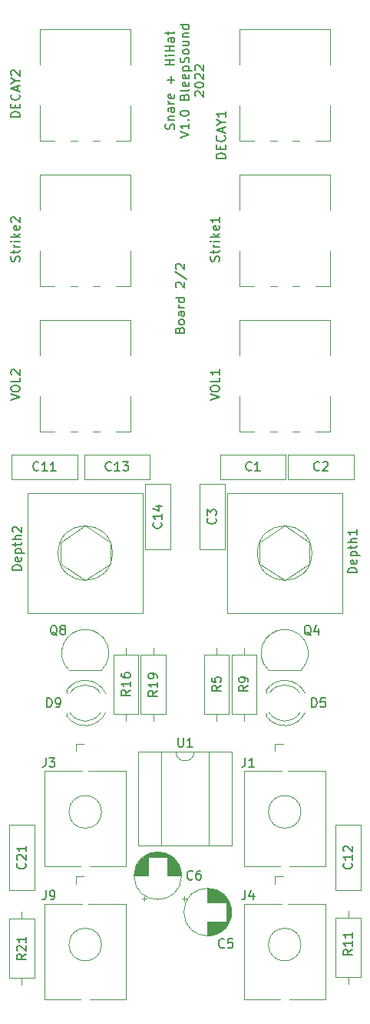
<source format=gbr>
%TF.GenerationSoftware,KiCad,Pcbnew,(6.0.0)*%
%TF.CreationDate,2022-01-31T09:17:54+01:00*%
%TF.ProjectId,Snare+Hihat,536e6172-652b-4486-9968-61742e6b6963,rev?*%
%TF.SameCoordinates,Original*%
%TF.FileFunction,Legend,Top*%
%TF.FilePolarity,Positive*%
%FSLAX46Y46*%
G04 Gerber Fmt 4.6, Leading zero omitted, Abs format (unit mm)*
G04 Created by KiCad (PCBNEW (6.0.0)) date 2022-01-31 09:17:54*
%MOMM*%
%LPD*%
G01*
G04 APERTURE LIST*
%ADD10C,0.150000*%
%ADD11C,0.120000*%
G04 APERTURE END LIST*
D10*
X92428571Y-65452380D02*
X92476190Y-65309523D01*
X92523809Y-65261904D01*
X92619047Y-65214285D01*
X92761904Y-65214285D01*
X92857142Y-65261904D01*
X92904761Y-65309523D01*
X92952380Y-65404761D01*
X92952380Y-65785714D01*
X91952380Y-65785714D01*
X91952380Y-65452380D01*
X92000000Y-65357142D01*
X92047619Y-65309523D01*
X92142857Y-65261904D01*
X92238095Y-65261904D01*
X92333333Y-65309523D01*
X92380952Y-65357142D01*
X92428571Y-65452380D01*
X92428571Y-65785714D01*
X92952380Y-64642857D02*
X92904761Y-64738095D01*
X92857142Y-64785714D01*
X92761904Y-64833333D01*
X92476190Y-64833333D01*
X92380952Y-64785714D01*
X92333333Y-64738095D01*
X92285714Y-64642857D01*
X92285714Y-64500000D01*
X92333333Y-64404761D01*
X92380952Y-64357142D01*
X92476190Y-64309523D01*
X92761904Y-64309523D01*
X92857142Y-64357142D01*
X92904761Y-64404761D01*
X92952380Y-64500000D01*
X92952380Y-64642857D01*
X92952380Y-63452380D02*
X92428571Y-63452380D01*
X92333333Y-63500000D01*
X92285714Y-63595238D01*
X92285714Y-63785714D01*
X92333333Y-63880952D01*
X92904761Y-63452380D02*
X92952380Y-63547619D01*
X92952380Y-63785714D01*
X92904761Y-63880952D01*
X92809523Y-63928571D01*
X92714285Y-63928571D01*
X92619047Y-63880952D01*
X92571428Y-63785714D01*
X92571428Y-63547619D01*
X92523809Y-63452380D01*
X92952380Y-62976190D02*
X92285714Y-62976190D01*
X92476190Y-62976190D02*
X92380952Y-62928571D01*
X92333333Y-62880952D01*
X92285714Y-62785714D01*
X92285714Y-62690476D01*
X92952380Y-61928571D02*
X91952380Y-61928571D01*
X92904761Y-61928571D02*
X92952380Y-62023809D01*
X92952380Y-62214285D01*
X92904761Y-62309523D01*
X92857142Y-62357142D01*
X92761904Y-62404761D01*
X92476190Y-62404761D01*
X92380952Y-62357142D01*
X92333333Y-62309523D01*
X92285714Y-62214285D01*
X92285714Y-62023809D01*
X92333333Y-61928571D01*
X92047619Y-60738095D02*
X92000000Y-60690476D01*
X91952380Y-60595238D01*
X91952380Y-60357142D01*
X92000000Y-60261904D01*
X92047619Y-60214285D01*
X92142857Y-60166666D01*
X92238095Y-60166666D01*
X92380952Y-60214285D01*
X92952380Y-60785714D01*
X92952380Y-60166666D01*
X91904761Y-59023809D02*
X93190476Y-59880952D01*
X92047619Y-58738095D02*
X92000000Y-58690476D01*
X91952380Y-58595238D01*
X91952380Y-58357142D01*
X92000000Y-58261904D01*
X92047619Y-58214285D01*
X92142857Y-58166666D01*
X92238095Y-58166666D01*
X92380952Y-58214285D01*
X92952380Y-58785714D01*
X92952380Y-58166666D01*
X91794761Y-43333333D02*
X91842380Y-43190476D01*
X91842380Y-42952380D01*
X91794761Y-42857142D01*
X91747142Y-42809523D01*
X91651904Y-42761904D01*
X91556666Y-42761904D01*
X91461428Y-42809523D01*
X91413809Y-42857142D01*
X91366190Y-42952380D01*
X91318571Y-43142857D01*
X91270952Y-43238095D01*
X91223333Y-43285714D01*
X91128095Y-43333333D01*
X91032857Y-43333333D01*
X90937619Y-43285714D01*
X90890000Y-43238095D01*
X90842380Y-43142857D01*
X90842380Y-42904761D01*
X90890000Y-42761904D01*
X91175714Y-42333333D02*
X91842380Y-42333333D01*
X91270952Y-42333333D02*
X91223333Y-42285714D01*
X91175714Y-42190476D01*
X91175714Y-42047619D01*
X91223333Y-41952380D01*
X91318571Y-41904761D01*
X91842380Y-41904761D01*
X91842380Y-41000000D02*
X91318571Y-41000000D01*
X91223333Y-41047619D01*
X91175714Y-41142857D01*
X91175714Y-41333333D01*
X91223333Y-41428571D01*
X91794761Y-41000000D02*
X91842380Y-41095238D01*
X91842380Y-41333333D01*
X91794761Y-41428571D01*
X91699523Y-41476190D01*
X91604285Y-41476190D01*
X91509047Y-41428571D01*
X91461428Y-41333333D01*
X91461428Y-41095238D01*
X91413809Y-41000000D01*
X91842380Y-40523809D02*
X91175714Y-40523809D01*
X91366190Y-40523809D02*
X91270952Y-40476190D01*
X91223333Y-40428571D01*
X91175714Y-40333333D01*
X91175714Y-40238095D01*
X91794761Y-39523809D02*
X91842380Y-39619047D01*
X91842380Y-39809523D01*
X91794761Y-39904761D01*
X91699523Y-39952380D01*
X91318571Y-39952380D01*
X91223333Y-39904761D01*
X91175714Y-39809523D01*
X91175714Y-39619047D01*
X91223333Y-39523809D01*
X91318571Y-39476190D01*
X91413809Y-39476190D01*
X91509047Y-39952380D01*
X91461428Y-38285714D02*
X91461428Y-37523809D01*
X91842380Y-37904761D02*
X91080476Y-37904761D01*
X91842380Y-36285714D02*
X90842380Y-36285714D01*
X91318571Y-36285714D02*
X91318571Y-35714285D01*
X91842380Y-35714285D02*
X90842380Y-35714285D01*
X91842380Y-35238095D02*
X91175714Y-35238095D01*
X90842380Y-35238095D02*
X90890000Y-35285714D01*
X90937619Y-35238095D01*
X90890000Y-35190476D01*
X90842380Y-35238095D01*
X90937619Y-35238095D01*
X91842380Y-34761904D02*
X90842380Y-34761904D01*
X91318571Y-34761904D02*
X91318571Y-34190476D01*
X91842380Y-34190476D02*
X90842380Y-34190476D01*
X91842380Y-33285714D02*
X91318571Y-33285714D01*
X91223333Y-33333333D01*
X91175714Y-33428571D01*
X91175714Y-33619047D01*
X91223333Y-33714285D01*
X91794761Y-33285714D02*
X91842380Y-33380952D01*
X91842380Y-33619047D01*
X91794761Y-33714285D01*
X91699523Y-33761904D01*
X91604285Y-33761904D01*
X91509047Y-33714285D01*
X91461428Y-33619047D01*
X91461428Y-33380952D01*
X91413809Y-33285714D01*
X91175714Y-32952380D02*
X91175714Y-32571428D01*
X90842380Y-32809523D02*
X91699523Y-32809523D01*
X91794761Y-32761904D01*
X91842380Y-32666666D01*
X91842380Y-32571428D01*
X92452380Y-44261904D02*
X93452380Y-43928571D01*
X92452380Y-43595238D01*
X93452380Y-42738095D02*
X93452380Y-43309523D01*
X93452380Y-43023809D02*
X92452380Y-43023809D01*
X92595238Y-43119047D01*
X92690476Y-43214285D01*
X92738095Y-43309523D01*
X93357142Y-42309523D02*
X93404761Y-42261904D01*
X93452380Y-42309523D01*
X93404761Y-42357142D01*
X93357142Y-42309523D01*
X93452380Y-42309523D01*
X92452380Y-41642857D02*
X92452380Y-41547619D01*
X92500000Y-41452380D01*
X92547619Y-41404761D01*
X92642857Y-41357142D01*
X92833333Y-41309523D01*
X93071428Y-41309523D01*
X93261904Y-41357142D01*
X93357142Y-41404761D01*
X93404761Y-41452380D01*
X93452380Y-41547619D01*
X93452380Y-41642857D01*
X93404761Y-41738095D01*
X93357142Y-41785714D01*
X93261904Y-41833333D01*
X93071428Y-41880952D01*
X92833333Y-41880952D01*
X92642857Y-41833333D01*
X92547619Y-41785714D01*
X92500000Y-41738095D01*
X92452380Y-41642857D01*
X92928571Y-39785714D02*
X92976190Y-39642857D01*
X93023809Y-39595238D01*
X93119047Y-39547619D01*
X93261904Y-39547619D01*
X93357142Y-39595238D01*
X93404761Y-39642857D01*
X93452380Y-39738095D01*
X93452380Y-40119047D01*
X92452380Y-40119047D01*
X92452380Y-39785714D01*
X92500000Y-39690476D01*
X92547619Y-39642857D01*
X92642857Y-39595238D01*
X92738095Y-39595238D01*
X92833333Y-39642857D01*
X92880952Y-39690476D01*
X92928571Y-39785714D01*
X92928571Y-40119047D01*
X93452380Y-38976190D02*
X93404761Y-39071428D01*
X93309523Y-39119047D01*
X92452380Y-39119047D01*
X93404761Y-38214285D02*
X93452380Y-38309523D01*
X93452380Y-38500000D01*
X93404761Y-38595238D01*
X93309523Y-38642857D01*
X92928571Y-38642857D01*
X92833333Y-38595238D01*
X92785714Y-38500000D01*
X92785714Y-38309523D01*
X92833333Y-38214285D01*
X92928571Y-38166666D01*
X93023809Y-38166666D01*
X93119047Y-38642857D01*
X93404761Y-37357142D02*
X93452380Y-37452380D01*
X93452380Y-37642857D01*
X93404761Y-37738095D01*
X93309523Y-37785714D01*
X92928571Y-37785714D01*
X92833333Y-37738095D01*
X92785714Y-37642857D01*
X92785714Y-37452380D01*
X92833333Y-37357142D01*
X92928571Y-37309523D01*
X93023809Y-37309523D01*
X93119047Y-37785714D01*
X92785714Y-36880952D02*
X93785714Y-36880952D01*
X92833333Y-36880952D02*
X92785714Y-36785714D01*
X92785714Y-36595238D01*
X92833333Y-36500000D01*
X92880952Y-36452380D01*
X92976190Y-36404761D01*
X93261904Y-36404761D01*
X93357142Y-36452380D01*
X93404761Y-36500000D01*
X93452380Y-36595238D01*
X93452380Y-36785714D01*
X93404761Y-36880952D01*
X93404761Y-36023809D02*
X93452380Y-35880952D01*
X93452380Y-35642857D01*
X93404761Y-35547619D01*
X93357142Y-35500000D01*
X93261904Y-35452380D01*
X93166666Y-35452380D01*
X93071428Y-35500000D01*
X93023809Y-35547619D01*
X92976190Y-35642857D01*
X92928571Y-35833333D01*
X92880952Y-35928571D01*
X92833333Y-35976190D01*
X92738095Y-36023809D01*
X92642857Y-36023809D01*
X92547619Y-35976190D01*
X92500000Y-35928571D01*
X92452380Y-35833333D01*
X92452380Y-35595238D01*
X92500000Y-35452380D01*
X93452380Y-34880952D02*
X93404761Y-34976190D01*
X93357142Y-35023809D01*
X93261904Y-35071428D01*
X92976190Y-35071428D01*
X92880952Y-35023809D01*
X92833333Y-34976190D01*
X92785714Y-34880952D01*
X92785714Y-34738095D01*
X92833333Y-34642857D01*
X92880952Y-34595238D01*
X92976190Y-34547619D01*
X93261904Y-34547619D01*
X93357142Y-34595238D01*
X93404761Y-34642857D01*
X93452380Y-34738095D01*
X93452380Y-34880952D01*
X92785714Y-33690476D02*
X93452380Y-33690476D01*
X92785714Y-34119047D02*
X93309523Y-34119047D01*
X93404761Y-34071428D01*
X93452380Y-33976190D01*
X93452380Y-33833333D01*
X93404761Y-33738095D01*
X93357142Y-33690476D01*
X92785714Y-33214285D02*
X93452380Y-33214285D01*
X92880952Y-33214285D02*
X92833333Y-33166666D01*
X92785714Y-33071428D01*
X92785714Y-32928571D01*
X92833333Y-32833333D01*
X92928571Y-32785714D01*
X93452380Y-32785714D01*
X93452380Y-31880952D02*
X92452380Y-31880952D01*
X93404761Y-31880952D02*
X93452380Y-31976190D01*
X93452380Y-32166666D01*
X93404761Y-32261904D01*
X93357142Y-32309523D01*
X93261904Y-32357142D01*
X92976190Y-32357142D01*
X92880952Y-32309523D01*
X92833333Y-32261904D01*
X92785714Y-32166666D01*
X92785714Y-31976190D01*
X92833333Y-31880952D01*
X94157619Y-39714285D02*
X94110000Y-39666666D01*
X94062380Y-39571428D01*
X94062380Y-39333333D01*
X94110000Y-39238095D01*
X94157619Y-39190476D01*
X94252857Y-39142857D01*
X94348095Y-39142857D01*
X94490952Y-39190476D01*
X95062380Y-39761904D01*
X95062380Y-39142857D01*
X94062380Y-38523809D02*
X94062380Y-38428571D01*
X94110000Y-38333333D01*
X94157619Y-38285714D01*
X94252857Y-38238095D01*
X94443333Y-38190476D01*
X94681428Y-38190476D01*
X94871904Y-38238095D01*
X94967142Y-38285714D01*
X95014761Y-38333333D01*
X95062380Y-38428571D01*
X95062380Y-38523809D01*
X95014761Y-38619047D01*
X94967142Y-38666666D01*
X94871904Y-38714285D01*
X94681428Y-38761904D01*
X94443333Y-38761904D01*
X94252857Y-38714285D01*
X94157619Y-38666666D01*
X94110000Y-38619047D01*
X94062380Y-38523809D01*
X94157619Y-37809523D02*
X94110000Y-37761904D01*
X94062380Y-37666666D01*
X94062380Y-37428571D01*
X94110000Y-37333333D01*
X94157619Y-37285714D01*
X94252857Y-37238095D01*
X94348095Y-37238095D01*
X94490952Y-37285714D01*
X95062380Y-37857142D01*
X95062380Y-37238095D01*
X94157619Y-36857142D02*
X94110000Y-36809523D01*
X94062380Y-36714285D01*
X94062380Y-36476190D01*
X94110000Y-36380952D01*
X94157619Y-36333333D01*
X94252857Y-36285714D01*
X94348095Y-36285714D01*
X94490952Y-36333333D01*
X95062380Y-36904761D01*
X95062380Y-36285714D01*
%TO.C,C1*%
X100333333Y-80857142D02*
X100285714Y-80904761D01*
X100142857Y-80952380D01*
X100047619Y-80952380D01*
X99904761Y-80904761D01*
X99809523Y-80809523D01*
X99761904Y-80714285D01*
X99714285Y-80523809D01*
X99714285Y-80380952D01*
X99761904Y-80190476D01*
X99809523Y-80095238D01*
X99904761Y-80000000D01*
X100047619Y-79952380D01*
X100142857Y-79952380D01*
X100285714Y-80000000D01*
X100333333Y-80047619D01*
X101285714Y-80952380D02*
X100714285Y-80952380D01*
X101000000Y-80952380D02*
X101000000Y-79952380D01*
X100904761Y-80095238D01*
X100809523Y-80190476D01*
X100714285Y-80238095D01*
%TO.C,C2*%
X107833333Y-80857142D02*
X107785714Y-80904761D01*
X107642857Y-80952380D01*
X107547619Y-80952380D01*
X107404761Y-80904761D01*
X107309523Y-80809523D01*
X107261904Y-80714285D01*
X107214285Y-80523809D01*
X107214285Y-80380952D01*
X107261904Y-80190476D01*
X107309523Y-80095238D01*
X107404761Y-80000000D01*
X107547619Y-79952380D01*
X107642857Y-79952380D01*
X107785714Y-80000000D01*
X107833333Y-80047619D01*
X108214285Y-80047619D02*
X108261904Y-80000000D01*
X108357142Y-79952380D01*
X108595238Y-79952380D01*
X108690476Y-80000000D01*
X108738095Y-80047619D01*
X108785714Y-80142857D01*
X108785714Y-80238095D01*
X108738095Y-80380952D01*
X108166666Y-80952380D01*
X108785714Y-80952380D01*
%TO.C,C3*%
X96357142Y-86166666D02*
X96404761Y-86214285D01*
X96452380Y-86357142D01*
X96452380Y-86452380D01*
X96404761Y-86595238D01*
X96309523Y-86690476D01*
X96214285Y-86738095D01*
X96023809Y-86785714D01*
X95880952Y-86785714D01*
X95690476Y-86738095D01*
X95595238Y-86690476D01*
X95500000Y-86595238D01*
X95452380Y-86452380D01*
X95452380Y-86357142D01*
X95500000Y-86214285D01*
X95547619Y-86166666D01*
X95452380Y-85833333D02*
X95452380Y-85214285D01*
X95833333Y-85547619D01*
X95833333Y-85404761D01*
X95880952Y-85309523D01*
X95928571Y-85261904D01*
X96023809Y-85214285D01*
X96261904Y-85214285D01*
X96357142Y-85261904D01*
X96404761Y-85309523D01*
X96452380Y-85404761D01*
X96452380Y-85690476D01*
X96404761Y-85785714D01*
X96357142Y-85833333D01*
%TO.C,C5*%
X97333333Y-133357142D02*
X97285714Y-133404761D01*
X97142857Y-133452380D01*
X97047619Y-133452380D01*
X96904761Y-133404761D01*
X96809523Y-133309523D01*
X96761904Y-133214285D01*
X96714285Y-133023809D01*
X96714285Y-132880952D01*
X96761904Y-132690476D01*
X96809523Y-132595238D01*
X96904761Y-132500000D01*
X97047619Y-132452380D01*
X97142857Y-132452380D01*
X97285714Y-132500000D01*
X97333333Y-132547619D01*
X98238095Y-132452380D02*
X97761904Y-132452380D01*
X97714285Y-132928571D01*
X97761904Y-132880952D01*
X97857142Y-132833333D01*
X98095238Y-132833333D01*
X98190476Y-132880952D01*
X98238095Y-132928571D01*
X98285714Y-133023809D01*
X98285714Y-133261904D01*
X98238095Y-133357142D01*
X98190476Y-133404761D01*
X98095238Y-133452380D01*
X97857142Y-133452380D01*
X97761904Y-133404761D01*
X97714285Y-133357142D01*
%TO.C,C6*%
X93833333Y-125857142D02*
X93785714Y-125904761D01*
X93642857Y-125952380D01*
X93547619Y-125952380D01*
X93404761Y-125904761D01*
X93309523Y-125809523D01*
X93261904Y-125714285D01*
X93214285Y-125523809D01*
X93214285Y-125380952D01*
X93261904Y-125190476D01*
X93309523Y-125095238D01*
X93404761Y-125000000D01*
X93547619Y-124952380D01*
X93642857Y-124952380D01*
X93785714Y-125000000D01*
X93833333Y-125047619D01*
X94690476Y-124952380D02*
X94500000Y-124952380D01*
X94404761Y-125000000D01*
X94357142Y-125047619D01*
X94261904Y-125190476D01*
X94214285Y-125380952D01*
X94214285Y-125761904D01*
X94261904Y-125857142D01*
X94309523Y-125904761D01*
X94404761Y-125952380D01*
X94595238Y-125952380D01*
X94690476Y-125904761D01*
X94738095Y-125857142D01*
X94785714Y-125761904D01*
X94785714Y-125523809D01*
X94738095Y-125428571D01*
X94690476Y-125380952D01*
X94595238Y-125333333D01*
X94404761Y-125333333D01*
X94309523Y-125380952D01*
X94261904Y-125428571D01*
X94214285Y-125523809D01*
%TO.C,C11*%
X76857142Y-80857142D02*
X76809523Y-80904761D01*
X76666666Y-80952380D01*
X76571428Y-80952380D01*
X76428571Y-80904761D01*
X76333333Y-80809523D01*
X76285714Y-80714285D01*
X76238095Y-80523809D01*
X76238095Y-80380952D01*
X76285714Y-80190476D01*
X76333333Y-80095238D01*
X76428571Y-80000000D01*
X76571428Y-79952380D01*
X76666666Y-79952380D01*
X76809523Y-80000000D01*
X76857142Y-80047619D01*
X77809523Y-80952380D02*
X77238095Y-80952380D01*
X77523809Y-80952380D02*
X77523809Y-79952380D01*
X77428571Y-80095238D01*
X77333333Y-80190476D01*
X77238095Y-80238095D01*
X78761904Y-80952380D02*
X78190476Y-80952380D01*
X78476190Y-80952380D02*
X78476190Y-79952380D01*
X78380952Y-80095238D01*
X78285714Y-80190476D01*
X78190476Y-80238095D01*
%TO.C,C12*%
X111357142Y-124142857D02*
X111404761Y-124190476D01*
X111452380Y-124333333D01*
X111452380Y-124428571D01*
X111404761Y-124571428D01*
X111309523Y-124666666D01*
X111214285Y-124714285D01*
X111023809Y-124761904D01*
X110880952Y-124761904D01*
X110690476Y-124714285D01*
X110595238Y-124666666D01*
X110500000Y-124571428D01*
X110452380Y-124428571D01*
X110452380Y-124333333D01*
X110500000Y-124190476D01*
X110547619Y-124142857D01*
X111452380Y-123190476D02*
X111452380Y-123761904D01*
X111452380Y-123476190D02*
X110452380Y-123476190D01*
X110595238Y-123571428D01*
X110690476Y-123666666D01*
X110738095Y-123761904D01*
X110547619Y-122809523D02*
X110500000Y-122761904D01*
X110452380Y-122666666D01*
X110452380Y-122428571D01*
X110500000Y-122333333D01*
X110547619Y-122285714D01*
X110642857Y-122238095D01*
X110738095Y-122238095D01*
X110880952Y-122285714D01*
X111452380Y-122857142D01*
X111452380Y-122238095D01*
%TO.C,C13*%
X84857142Y-80857142D02*
X84809523Y-80904761D01*
X84666666Y-80952380D01*
X84571428Y-80952380D01*
X84428571Y-80904761D01*
X84333333Y-80809523D01*
X84285714Y-80714285D01*
X84238095Y-80523809D01*
X84238095Y-80380952D01*
X84285714Y-80190476D01*
X84333333Y-80095238D01*
X84428571Y-80000000D01*
X84571428Y-79952380D01*
X84666666Y-79952380D01*
X84809523Y-80000000D01*
X84857142Y-80047619D01*
X85809523Y-80952380D02*
X85238095Y-80952380D01*
X85523809Y-80952380D02*
X85523809Y-79952380D01*
X85428571Y-80095238D01*
X85333333Y-80190476D01*
X85238095Y-80238095D01*
X86142857Y-79952380D02*
X86761904Y-79952380D01*
X86428571Y-80333333D01*
X86571428Y-80333333D01*
X86666666Y-80380952D01*
X86714285Y-80428571D01*
X86761904Y-80523809D01*
X86761904Y-80761904D01*
X86714285Y-80857142D01*
X86666666Y-80904761D01*
X86571428Y-80952380D01*
X86285714Y-80952380D01*
X86190476Y-80904761D01*
X86142857Y-80857142D01*
%TO.C,C14*%
X90357142Y-86642857D02*
X90404761Y-86690476D01*
X90452380Y-86833333D01*
X90452380Y-86928571D01*
X90404761Y-87071428D01*
X90309523Y-87166666D01*
X90214285Y-87214285D01*
X90023809Y-87261904D01*
X89880952Y-87261904D01*
X89690476Y-87214285D01*
X89595238Y-87166666D01*
X89500000Y-87071428D01*
X89452380Y-86928571D01*
X89452380Y-86833333D01*
X89500000Y-86690476D01*
X89547619Y-86642857D01*
X90452380Y-85690476D02*
X90452380Y-86261904D01*
X90452380Y-85976190D02*
X89452380Y-85976190D01*
X89595238Y-86071428D01*
X89690476Y-86166666D01*
X89738095Y-86261904D01*
X89785714Y-84833333D02*
X90452380Y-84833333D01*
X89404761Y-85071428D02*
X90119047Y-85309523D01*
X90119047Y-84690476D01*
%TO.C,C21*%
X75357142Y-124142857D02*
X75404761Y-124190476D01*
X75452380Y-124333333D01*
X75452380Y-124428571D01*
X75404761Y-124571428D01*
X75309523Y-124666666D01*
X75214285Y-124714285D01*
X75023809Y-124761904D01*
X74880952Y-124761904D01*
X74690476Y-124714285D01*
X74595238Y-124666666D01*
X74500000Y-124571428D01*
X74452380Y-124428571D01*
X74452380Y-124333333D01*
X74500000Y-124190476D01*
X74547619Y-124142857D01*
X74547619Y-123761904D02*
X74500000Y-123714285D01*
X74452380Y-123619047D01*
X74452380Y-123380952D01*
X74500000Y-123285714D01*
X74547619Y-123238095D01*
X74642857Y-123190476D01*
X74738095Y-123190476D01*
X74880952Y-123238095D01*
X75452380Y-123809523D01*
X75452380Y-123190476D01*
X75452380Y-122238095D02*
X75452380Y-122809523D01*
X75452380Y-122523809D02*
X74452380Y-122523809D01*
X74595238Y-122619047D01*
X74690476Y-122714285D01*
X74738095Y-122809523D01*
%TO.C,D5*%
X106986904Y-106952380D02*
X106986904Y-105952380D01*
X107225000Y-105952380D01*
X107367857Y-106000000D01*
X107463095Y-106095238D01*
X107510714Y-106190476D01*
X107558333Y-106380952D01*
X107558333Y-106523809D01*
X107510714Y-106714285D01*
X107463095Y-106809523D01*
X107367857Y-106904761D01*
X107225000Y-106952380D01*
X106986904Y-106952380D01*
X108463095Y-105952380D02*
X107986904Y-105952380D01*
X107939285Y-106428571D01*
X107986904Y-106380952D01*
X108082142Y-106333333D01*
X108320238Y-106333333D01*
X108415476Y-106380952D01*
X108463095Y-106428571D01*
X108510714Y-106523809D01*
X108510714Y-106761904D01*
X108463095Y-106857142D01*
X108415476Y-106904761D01*
X108320238Y-106952380D01*
X108082142Y-106952380D01*
X107986904Y-106904761D01*
X107939285Y-106857142D01*
%TO.C,D9*%
X77761904Y-106952380D02*
X77761904Y-105952380D01*
X78000000Y-105952380D01*
X78142857Y-106000000D01*
X78238095Y-106095238D01*
X78285714Y-106190476D01*
X78333333Y-106380952D01*
X78333333Y-106523809D01*
X78285714Y-106714285D01*
X78238095Y-106809523D01*
X78142857Y-106904761D01*
X78000000Y-106952380D01*
X77761904Y-106952380D01*
X78809523Y-106952380D02*
X79000000Y-106952380D01*
X79095238Y-106904761D01*
X79142857Y-106857142D01*
X79238095Y-106714285D01*
X79285714Y-106523809D01*
X79285714Y-106142857D01*
X79238095Y-106047619D01*
X79190476Y-106000000D01*
X79095238Y-105952380D01*
X78904761Y-105952380D01*
X78809523Y-106000000D01*
X78761904Y-106047619D01*
X78714285Y-106142857D01*
X78714285Y-106380952D01*
X78761904Y-106476190D01*
X78809523Y-106523809D01*
X78904761Y-106571428D01*
X79095238Y-106571428D01*
X79190476Y-106523809D01*
X79238095Y-106476190D01*
X79285714Y-106380952D01*
%TO.C,DECAY2*%
X74802380Y-41997619D02*
X73802380Y-41997619D01*
X73802380Y-41759523D01*
X73850000Y-41616666D01*
X73945238Y-41521428D01*
X74040476Y-41473809D01*
X74230952Y-41426190D01*
X74373809Y-41426190D01*
X74564285Y-41473809D01*
X74659523Y-41521428D01*
X74754761Y-41616666D01*
X74802380Y-41759523D01*
X74802380Y-41997619D01*
X74278571Y-40997619D02*
X74278571Y-40664285D01*
X74802380Y-40521428D02*
X74802380Y-40997619D01*
X73802380Y-40997619D01*
X73802380Y-40521428D01*
X74707142Y-39521428D02*
X74754761Y-39569047D01*
X74802380Y-39711904D01*
X74802380Y-39807142D01*
X74754761Y-39950000D01*
X74659523Y-40045238D01*
X74564285Y-40092857D01*
X74373809Y-40140476D01*
X74230952Y-40140476D01*
X74040476Y-40092857D01*
X73945238Y-40045238D01*
X73850000Y-39950000D01*
X73802380Y-39807142D01*
X73802380Y-39711904D01*
X73850000Y-39569047D01*
X73897619Y-39521428D01*
X74516666Y-39140476D02*
X74516666Y-38664285D01*
X74802380Y-39235714D02*
X73802380Y-38902380D01*
X74802380Y-38569047D01*
X74326190Y-38045238D02*
X74802380Y-38045238D01*
X73802380Y-38378571D02*
X74326190Y-38045238D01*
X73802380Y-37711904D01*
X73897619Y-37426190D02*
X73850000Y-37378571D01*
X73802380Y-37283333D01*
X73802380Y-37045238D01*
X73850000Y-36950000D01*
X73897619Y-36902380D01*
X73992857Y-36854761D01*
X74088095Y-36854761D01*
X74230952Y-36902380D01*
X74802380Y-37473809D01*
X74802380Y-36854761D01*
%TO.C,J3*%
X77636666Y-112532380D02*
X77636666Y-113246666D01*
X77589047Y-113389523D01*
X77493809Y-113484761D01*
X77350952Y-113532380D01*
X77255714Y-113532380D01*
X78017619Y-112532380D02*
X78636666Y-112532380D01*
X78303333Y-112913333D01*
X78446190Y-112913333D01*
X78541428Y-112960952D01*
X78589047Y-113008571D01*
X78636666Y-113103809D01*
X78636666Y-113341904D01*
X78589047Y-113437142D01*
X78541428Y-113484761D01*
X78446190Y-113532380D01*
X78160476Y-113532380D01*
X78065238Y-113484761D01*
X78017619Y-113437142D01*
%TO.C,J4*%
X99636666Y-127132380D02*
X99636666Y-127846666D01*
X99589047Y-127989523D01*
X99493809Y-128084761D01*
X99350952Y-128132380D01*
X99255714Y-128132380D01*
X100541428Y-127465714D02*
X100541428Y-128132380D01*
X100303333Y-127084761D02*
X100065238Y-127799047D01*
X100684285Y-127799047D01*
%TO.C,J9*%
X77636666Y-127132380D02*
X77636666Y-127846666D01*
X77589047Y-127989523D01*
X77493809Y-128084761D01*
X77350952Y-128132380D01*
X77255714Y-128132380D01*
X78160476Y-128132380D02*
X78350952Y-128132380D01*
X78446190Y-128084761D01*
X78493809Y-128037142D01*
X78589047Y-127894285D01*
X78636666Y-127703809D01*
X78636666Y-127322857D01*
X78589047Y-127227619D01*
X78541428Y-127180000D01*
X78446190Y-127132380D01*
X78255714Y-127132380D01*
X78160476Y-127180000D01*
X78112857Y-127227619D01*
X78065238Y-127322857D01*
X78065238Y-127560952D01*
X78112857Y-127656190D01*
X78160476Y-127703809D01*
X78255714Y-127751428D01*
X78446190Y-127751428D01*
X78541428Y-127703809D01*
X78589047Y-127656190D01*
X78636666Y-127560952D01*
%TO.C,Q4*%
X106904761Y-99047619D02*
X106809523Y-99000000D01*
X106714285Y-98904761D01*
X106571428Y-98761904D01*
X106476190Y-98714285D01*
X106380952Y-98714285D01*
X106428571Y-98952380D02*
X106333333Y-98904761D01*
X106238095Y-98809523D01*
X106190476Y-98619047D01*
X106190476Y-98285714D01*
X106238095Y-98095238D01*
X106333333Y-98000000D01*
X106428571Y-97952380D01*
X106619047Y-97952380D01*
X106714285Y-98000000D01*
X106809523Y-98095238D01*
X106857142Y-98285714D01*
X106857142Y-98619047D01*
X106809523Y-98809523D01*
X106714285Y-98904761D01*
X106619047Y-98952380D01*
X106428571Y-98952380D01*
X107714285Y-98285714D02*
X107714285Y-98952380D01*
X107476190Y-97904761D02*
X107238095Y-98619047D01*
X107857142Y-98619047D01*
%TO.C,Q8*%
X78904761Y-99047619D02*
X78809523Y-99000000D01*
X78714285Y-98904761D01*
X78571428Y-98761904D01*
X78476190Y-98714285D01*
X78380952Y-98714285D01*
X78428571Y-98952380D02*
X78333333Y-98904761D01*
X78238095Y-98809523D01*
X78190476Y-98619047D01*
X78190476Y-98285714D01*
X78238095Y-98095238D01*
X78333333Y-98000000D01*
X78428571Y-97952380D01*
X78619047Y-97952380D01*
X78714285Y-98000000D01*
X78809523Y-98095238D01*
X78857142Y-98285714D01*
X78857142Y-98619047D01*
X78809523Y-98809523D01*
X78714285Y-98904761D01*
X78619047Y-98952380D01*
X78428571Y-98952380D01*
X79428571Y-98380952D02*
X79333333Y-98333333D01*
X79285714Y-98285714D01*
X79238095Y-98190476D01*
X79238095Y-98142857D01*
X79285714Y-98047619D01*
X79333333Y-98000000D01*
X79428571Y-97952380D01*
X79619047Y-97952380D01*
X79714285Y-98000000D01*
X79761904Y-98047619D01*
X79809523Y-98142857D01*
X79809523Y-98190476D01*
X79761904Y-98285714D01*
X79714285Y-98333333D01*
X79619047Y-98380952D01*
X79428571Y-98380952D01*
X79333333Y-98428571D01*
X79285714Y-98476190D01*
X79238095Y-98571428D01*
X79238095Y-98761904D01*
X79285714Y-98857142D01*
X79333333Y-98904761D01*
X79428571Y-98952380D01*
X79619047Y-98952380D01*
X79714285Y-98904761D01*
X79761904Y-98857142D01*
X79809523Y-98761904D01*
X79809523Y-98571428D01*
X79761904Y-98476190D01*
X79714285Y-98428571D01*
X79619047Y-98380952D01*
%TO.C,R5*%
X96952380Y-104586666D02*
X96476190Y-104920000D01*
X96952380Y-105158095D02*
X95952380Y-105158095D01*
X95952380Y-104777142D01*
X96000000Y-104681904D01*
X96047619Y-104634285D01*
X96142857Y-104586666D01*
X96285714Y-104586666D01*
X96380952Y-104634285D01*
X96428571Y-104681904D01*
X96476190Y-104777142D01*
X96476190Y-105158095D01*
X95952380Y-103681904D02*
X95952380Y-104158095D01*
X96428571Y-104205714D01*
X96380952Y-104158095D01*
X96333333Y-104062857D01*
X96333333Y-103824761D01*
X96380952Y-103729523D01*
X96428571Y-103681904D01*
X96523809Y-103634285D01*
X96761904Y-103634285D01*
X96857142Y-103681904D01*
X96904761Y-103729523D01*
X96952380Y-103824761D01*
X96952380Y-104062857D01*
X96904761Y-104158095D01*
X96857142Y-104205714D01*
%TO.C,R9*%
X99952380Y-104586666D02*
X99476190Y-104920000D01*
X99952380Y-105158095D02*
X98952380Y-105158095D01*
X98952380Y-104777142D01*
X99000000Y-104681904D01*
X99047619Y-104634285D01*
X99142857Y-104586666D01*
X99285714Y-104586666D01*
X99380952Y-104634285D01*
X99428571Y-104681904D01*
X99476190Y-104777142D01*
X99476190Y-105158095D01*
X99952380Y-104110476D02*
X99952380Y-103920000D01*
X99904761Y-103824761D01*
X99857142Y-103777142D01*
X99714285Y-103681904D01*
X99523809Y-103634285D01*
X99142857Y-103634285D01*
X99047619Y-103681904D01*
X99000000Y-103729523D01*
X98952380Y-103824761D01*
X98952380Y-104015238D01*
X99000000Y-104110476D01*
X99047619Y-104158095D01*
X99142857Y-104205714D01*
X99380952Y-104205714D01*
X99476190Y-104158095D01*
X99523809Y-104110476D01*
X99571428Y-104015238D01*
X99571428Y-103824761D01*
X99523809Y-103729523D01*
X99476190Y-103681904D01*
X99380952Y-103634285D01*
%TO.C,R11*%
X111452380Y-133642857D02*
X110976190Y-133976190D01*
X111452380Y-134214285D02*
X110452380Y-134214285D01*
X110452380Y-133833333D01*
X110500000Y-133738095D01*
X110547619Y-133690476D01*
X110642857Y-133642857D01*
X110785714Y-133642857D01*
X110880952Y-133690476D01*
X110928571Y-133738095D01*
X110976190Y-133833333D01*
X110976190Y-134214285D01*
X111452380Y-132690476D02*
X111452380Y-133261904D01*
X111452380Y-132976190D02*
X110452380Y-132976190D01*
X110595238Y-133071428D01*
X110690476Y-133166666D01*
X110738095Y-133261904D01*
X111452380Y-131738095D02*
X111452380Y-132309523D01*
X111452380Y-132023809D02*
X110452380Y-132023809D01*
X110595238Y-132119047D01*
X110690476Y-132214285D01*
X110738095Y-132309523D01*
%TO.C,R16*%
X86952380Y-105062857D02*
X86476190Y-105396190D01*
X86952380Y-105634285D02*
X85952380Y-105634285D01*
X85952380Y-105253333D01*
X86000000Y-105158095D01*
X86047619Y-105110476D01*
X86142857Y-105062857D01*
X86285714Y-105062857D01*
X86380952Y-105110476D01*
X86428571Y-105158095D01*
X86476190Y-105253333D01*
X86476190Y-105634285D01*
X86952380Y-104110476D02*
X86952380Y-104681904D01*
X86952380Y-104396190D02*
X85952380Y-104396190D01*
X86095238Y-104491428D01*
X86190476Y-104586666D01*
X86238095Y-104681904D01*
X85952380Y-103253333D02*
X85952380Y-103443809D01*
X86000000Y-103539047D01*
X86047619Y-103586666D01*
X86190476Y-103681904D01*
X86380952Y-103729523D01*
X86761904Y-103729523D01*
X86857142Y-103681904D01*
X86904761Y-103634285D01*
X86952380Y-103539047D01*
X86952380Y-103348571D01*
X86904761Y-103253333D01*
X86857142Y-103205714D01*
X86761904Y-103158095D01*
X86523809Y-103158095D01*
X86428571Y-103205714D01*
X86380952Y-103253333D01*
X86333333Y-103348571D01*
X86333333Y-103539047D01*
X86380952Y-103634285D01*
X86428571Y-103681904D01*
X86523809Y-103729523D01*
%TO.C,R19*%
X89952380Y-105142857D02*
X89476190Y-105476190D01*
X89952380Y-105714285D02*
X88952380Y-105714285D01*
X88952380Y-105333333D01*
X89000000Y-105238095D01*
X89047619Y-105190476D01*
X89142857Y-105142857D01*
X89285714Y-105142857D01*
X89380952Y-105190476D01*
X89428571Y-105238095D01*
X89476190Y-105333333D01*
X89476190Y-105714285D01*
X89952380Y-104190476D02*
X89952380Y-104761904D01*
X89952380Y-104476190D02*
X88952380Y-104476190D01*
X89095238Y-104571428D01*
X89190476Y-104666666D01*
X89238095Y-104761904D01*
X89952380Y-103714285D02*
X89952380Y-103523809D01*
X89904761Y-103428571D01*
X89857142Y-103380952D01*
X89714285Y-103285714D01*
X89523809Y-103238095D01*
X89142857Y-103238095D01*
X89047619Y-103285714D01*
X89000000Y-103333333D01*
X88952380Y-103428571D01*
X88952380Y-103619047D01*
X89000000Y-103714285D01*
X89047619Y-103761904D01*
X89142857Y-103809523D01*
X89380952Y-103809523D01*
X89476190Y-103761904D01*
X89523809Y-103714285D01*
X89571428Y-103619047D01*
X89571428Y-103428571D01*
X89523809Y-103333333D01*
X89476190Y-103285714D01*
X89380952Y-103238095D01*
%TO.C,R21*%
X75452380Y-134142857D02*
X74976190Y-134476190D01*
X75452380Y-134714285D02*
X74452380Y-134714285D01*
X74452380Y-134333333D01*
X74500000Y-134238095D01*
X74547619Y-134190476D01*
X74642857Y-134142857D01*
X74785714Y-134142857D01*
X74880952Y-134190476D01*
X74928571Y-134238095D01*
X74976190Y-134333333D01*
X74976190Y-134714285D01*
X74547619Y-133761904D02*
X74500000Y-133714285D01*
X74452380Y-133619047D01*
X74452380Y-133380952D01*
X74500000Y-133285714D01*
X74547619Y-133238095D01*
X74642857Y-133190476D01*
X74738095Y-133190476D01*
X74880952Y-133238095D01*
X75452380Y-133809523D01*
X75452380Y-133190476D01*
X75452380Y-132238095D02*
X75452380Y-132809523D01*
X75452380Y-132523809D02*
X74452380Y-132523809D01*
X74595238Y-132619047D01*
X74690476Y-132714285D01*
X74738095Y-132809523D01*
%TO.C,Strike2*%
X74754761Y-57878571D02*
X74802380Y-57735714D01*
X74802380Y-57497619D01*
X74754761Y-57402380D01*
X74707142Y-57354761D01*
X74611904Y-57307142D01*
X74516666Y-57307142D01*
X74421428Y-57354761D01*
X74373809Y-57402380D01*
X74326190Y-57497619D01*
X74278571Y-57688095D01*
X74230952Y-57783333D01*
X74183333Y-57830952D01*
X74088095Y-57878571D01*
X73992857Y-57878571D01*
X73897619Y-57830952D01*
X73850000Y-57783333D01*
X73802380Y-57688095D01*
X73802380Y-57450000D01*
X73850000Y-57307142D01*
X74135714Y-57021428D02*
X74135714Y-56640476D01*
X73802380Y-56878571D02*
X74659523Y-56878571D01*
X74754761Y-56830952D01*
X74802380Y-56735714D01*
X74802380Y-56640476D01*
X74802380Y-56307142D02*
X74135714Y-56307142D01*
X74326190Y-56307142D02*
X74230952Y-56259523D01*
X74183333Y-56211904D01*
X74135714Y-56116666D01*
X74135714Y-56021428D01*
X74802380Y-55688095D02*
X74135714Y-55688095D01*
X73802380Y-55688095D02*
X73850000Y-55735714D01*
X73897619Y-55688095D01*
X73850000Y-55640476D01*
X73802380Y-55688095D01*
X73897619Y-55688095D01*
X74802380Y-55211904D02*
X73802380Y-55211904D01*
X74421428Y-55116666D02*
X74802380Y-54830952D01*
X74135714Y-54830952D02*
X74516666Y-55211904D01*
X74754761Y-54021428D02*
X74802380Y-54116666D01*
X74802380Y-54307142D01*
X74754761Y-54402380D01*
X74659523Y-54450000D01*
X74278571Y-54450000D01*
X74183333Y-54402380D01*
X74135714Y-54307142D01*
X74135714Y-54116666D01*
X74183333Y-54021428D01*
X74278571Y-53973809D01*
X74373809Y-53973809D01*
X74469047Y-54450000D01*
X73897619Y-53592857D02*
X73850000Y-53545238D01*
X73802380Y-53450000D01*
X73802380Y-53211904D01*
X73850000Y-53116666D01*
X73897619Y-53069047D01*
X73992857Y-53021428D01*
X74088095Y-53021428D01*
X74230952Y-53069047D01*
X74802380Y-53640476D01*
X74802380Y-53021428D01*
%TO.C,DECAY1*%
X97452380Y-46547619D02*
X96452380Y-46547619D01*
X96452380Y-46309523D01*
X96500000Y-46166666D01*
X96595238Y-46071428D01*
X96690476Y-46023809D01*
X96880952Y-45976190D01*
X97023809Y-45976190D01*
X97214285Y-46023809D01*
X97309523Y-46071428D01*
X97404761Y-46166666D01*
X97452380Y-46309523D01*
X97452380Y-46547619D01*
X96928571Y-45547619D02*
X96928571Y-45214285D01*
X97452380Y-45071428D02*
X97452380Y-45547619D01*
X96452380Y-45547619D01*
X96452380Y-45071428D01*
X97357142Y-44071428D02*
X97404761Y-44119047D01*
X97452380Y-44261904D01*
X97452380Y-44357142D01*
X97404761Y-44500000D01*
X97309523Y-44595238D01*
X97214285Y-44642857D01*
X97023809Y-44690476D01*
X96880952Y-44690476D01*
X96690476Y-44642857D01*
X96595238Y-44595238D01*
X96500000Y-44500000D01*
X96452380Y-44357142D01*
X96452380Y-44261904D01*
X96500000Y-44119047D01*
X96547619Y-44071428D01*
X97166666Y-43690476D02*
X97166666Y-43214285D01*
X97452380Y-43785714D02*
X96452380Y-43452380D01*
X97452380Y-43119047D01*
X96976190Y-42595238D02*
X97452380Y-42595238D01*
X96452380Y-42928571D02*
X96976190Y-42595238D01*
X96452380Y-42261904D01*
X97452380Y-41404761D02*
X97452380Y-41976190D01*
X97452380Y-41690476D02*
X96452380Y-41690476D01*
X96595238Y-41785714D01*
X96690476Y-41880952D01*
X96738095Y-41976190D01*
%TO.C,Strike1*%
X96754761Y-57878571D02*
X96802380Y-57735714D01*
X96802380Y-57497619D01*
X96754761Y-57402380D01*
X96707142Y-57354761D01*
X96611904Y-57307142D01*
X96516666Y-57307142D01*
X96421428Y-57354761D01*
X96373809Y-57402380D01*
X96326190Y-57497619D01*
X96278571Y-57688095D01*
X96230952Y-57783333D01*
X96183333Y-57830952D01*
X96088095Y-57878571D01*
X95992857Y-57878571D01*
X95897619Y-57830952D01*
X95850000Y-57783333D01*
X95802380Y-57688095D01*
X95802380Y-57450000D01*
X95850000Y-57307142D01*
X96135714Y-57021428D02*
X96135714Y-56640476D01*
X95802380Y-56878571D02*
X96659523Y-56878571D01*
X96754761Y-56830952D01*
X96802380Y-56735714D01*
X96802380Y-56640476D01*
X96802380Y-56307142D02*
X96135714Y-56307142D01*
X96326190Y-56307142D02*
X96230952Y-56259523D01*
X96183333Y-56211904D01*
X96135714Y-56116666D01*
X96135714Y-56021428D01*
X96802380Y-55688095D02*
X96135714Y-55688095D01*
X95802380Y-55688095D02*
X95850000Y-55735714D01*
X95897619Y-55688095D01*
X95850000Y-55640476D01*
X95802380Y-55688095D01*
X95897619Y-55688095D01*
X96802380Y-55211904D02*
X95802380Y-55211904D01*
X96421428Y-55116666D02*
X96802380Y-54830952D01*
X96135714Y-54830952D02*
X96516666Y-55211904D01*
X96754761Y-54021428D02*
X96802380Y-54116666D01*
X96802380Y-54307142D01*
X96754761Y-54402380D01*
X96659523Y-54450000D01*
X96278571Y-54450000D01*
X96183333Y-54402380D01*
X96135714Y-54307142D01*
X96135714Y-54116666D01*
X96183333Y-54021428D01*
X96278571Y-53973809D01*
X96373809Y-53973809D01*
X96469047Y-54450000D01*
X96802380Y-53021428D02*
X96802380Y-53592857D01*
X96802380Y-53307142D02*
X95802380Y-53307142D01*
X95945238Y-53402380D01*
X96040476Y-53497619D01*
X96088095Y-53592857D01*
%TO.C,VOL1*%
X95802380Y-73188095D02*
X96802380Y-72854761D01*
X95802380Y-72521428D01*
X95802380Y-71997619D02*
X95802380Y-71807142D01*
X95850000Y-71711904D01*
X95945238Y-71616666D01*
X96135714Y-71569047D01*
X96469047Y-71569047D01*
X96659523Y-71616666D01*
X96754761Y-71711904D01*
X96802380Y-71807142D01*
X96802380Y-71997619D01*
X96754761Y-72092857D01*
X96659523Y-72188095D01*
X96469047Y-72235714D01*
X96135714Y-72235714D01*
X95945238Y-72188095D01*
X95850000Y-72092857D01*
X95802380Y-71997619D01*
X96802380Y-70664285D02*
X96802380Y-71140476D01*
X95802380Y-71140476D01*
X96802380Y-69807142D02*
X96802380Y-70378571D01*
X96802380Y-70092857D02*
X95802380Y-70092857D01*
X95945238Y-70188095D01*
X96040476Y-70283333D01*
X96088095Y-70378571D01*
%TO.C,VOL2*%
X73802380Y-73188095D02*
X74802380Y-72854761D01*
X73802380Y-72521428D01*
X73802380Y-71997619D02*
X73802380Y-71807142D01*
X73850000Y-71711904D01*
X73945238Y-71616666D01*
X74135714Y-71569047D01*
X74469047Y-71569047D01*
X74659523Y-71616666D01*
X74754761Y-71711904D01*
X74802380Y-71807142D01*
X74802380Y-71997619D01*
X74754761Y-72092857D01*
X74659523Y-72188095D01*
X74469047Y-72235714D01*
X74135714Y-72235714D01*
X73945238Y-72188095D01*
X73850000Y-72092857D01*
X73802380Y-71997619D01*
X74802380Y-70664285D02*
X74802380Y-71140476D01*
X73802380Y-71140476D01*
X73897619Y-70378571D02*
X73850000Y-70330952D01*
X73802380Y-70235714D01*
X73802380Y-69997619D01*
X73850000Y-69902380D01*
X73897619Y-69854761D01*
X73992857Y-69807142D01*
X74088095Y-69807142D01*
X74230952Y-69854761D01*
X74802380Y-70426190D01*
X74802380Y-69807142D01*
%TO.C,J1*%
X99636666Y-112532380D02*
X99636666Y-113246666D01*
X99589047Y-113389523D01*
X99493809Y-113484761D01*
X99350952Y-113532380D01*
X99255714Y-113532380D01*
X100636666Y-113532380D02*
X100065238Y-113532380D01*
X100350952Y-113532380D02*
X100350952Y-112532380D01*
X100255714Y-112675238D01*
X100160476Y-112770476D01*
X100065238Y-112818095D01*
%TO.C,Depth1*%
X111952380Y-92157142D02*
X110952380Y-92157142D01*
X110952380Y-91919047D01*
X111000000Y-91776190D01*
X111095238Y-91680952D01*
X111190476Y-91633333D01*
X111380952Y-91585714D01*
X111523809Y-91585714D01*
X111714285Y-91633333D01*
X111809523Y-91680952D01*
X111904761Y-91776190D01*
X111952380Y-91919047D01*
X111952380Y-92157142D01*
X111904761Y-90776190D02*
X111952380Y-90871428D01*
X111952380Y-91061904D01*
X111904761Y-91157142D01*
X111809523Y-91204761D01*
X111428571Y-91204761D01*
X111333333Y-91157142D01*
X111285714Y-91061904D01*
X111285714Y-90871428D01*
X111333333Y-90776190D01*
X111428571Y-90728571D01*
X111523809Y-90728571D01*
X111619047Y-91204761D01*
X111285714Y-90300000D02*
X112285714Y-90300000D01*
X111333333Y-90300000D02*
X111285714Y-90204761D01*
X111285714Y-90014285D01*
X111333333Y-89919047D01*
X111380952Y-89871428D01*
X111476190Y-89823809D01*
X111761904Y-89823809D01*
X111857142Y-89871428D01*
X111904761Y-89919047D01*
X111952380Y-90014285D01*
X111952380Y-90204761D01*
X111904761Y-90300000D01*
X111285714Y-89538095D02*
X111285714Y-89157142D01*
X110952380Y-89395238D02*
X111809523Y-89395238D01*
X111904761Y-89347619D01*
X111952380Y-89252380D01*
X111952380Y-89157142D01*
X111952380Y-88823809D02*
X110952380Y-88823809D01*
X111952380Y-88395238D02*
X111428571Y-88395238D01*
X111333333Y-88442857D01*
X111285714Y-88538095D01*
X111285714Y-88680952D01*
X111333333Y-88776190D01*
X111380952Y-88823809D01*
X111952380Y-87395238D02*
X111952380Y-87966666D01*
X111952380Y-87680952D02*
X110952380Y-87680952D01*
X111095238Y-87776190D01*
X111190476Y-87871428D01*
X111238095Y-87966666D01*
%TO.C,Depth2*%
X74952380Y-91857142D02*
X73952380Y-91857142D01*
X73952380Y-91619047D01*
X74000000Y-91476190D01*
X74095238Y-91380952D01*
X74190476Y-91333333D01*
X74380952Y-91285714D01*
X74523809Y-91285714D01*
X74714285Y-91333333D01*
X74809523Y-91380952D01*
X74904761Y-91476190D01*
X74952380Y-91619047D01*
X74952380Y-91857142D01*
X74904761Y-90476190D02*
X74952380Y-90571428D01*
X74952380Y-90761904D01*
X74904761Y-90857142D01*
X74809523Y-90904761D01*
X74428571Y-90904761D01*
X74333333Y-90857142D01*
X74285714Y-90761904D01*
X74285714Y-90571428D01*
X74333333Y-90476190D01*
X74428571Y-90428571D01*
X74523809Y-90428571D01*
X74619047Y-90904761D01*
X74285714Y-90000000D02*
X75285714Y-90000000D01*
X74333333Y-90000000D02*
X74285714Y-89904761D01*
X74285714Y-89714285D01*
X74333333Y-89619047D01*
X74380952Y-89571428D01*
X74476190Y-89523809D01*
X74761904Y-89523809D01*
X74857142Y-89571428D01*
X74904761Y-89619047D01*
X74952380Y-89714285D01*
X74952380Y-89904761D01*
X74904761Y-90000000D01*
X74285714Y-89238095D02*
X74285714Y-88857142D01*
X73952380Y-89095238D02*
X74809523Y-89095238D01*
X74904761Y-89047619D01*
X74952380Y-88952380D01*
X74952380Y-88857142D01*
X74952380Y-88523809D02*
X73952380Y-88523809D01*
X74952380Y-88095238D02*
X74428571Y-88095238D01*
X74333333Y-88142857D01*
X74285714Y-88238095D01*
X74285714Y-88380952D01*
X74333333Y-88476190D01*
X74380952Y-88523809D01*
X74047619Y-87666666D02*
X74000000Y-87619047D01*
X73952380Y-87523809D01*
X73952380Y-87285714D01*
X74000000Y-87190476D01*
X74047619Y-87142857D01*
X74142857Y-87095238D01*
X74238095Y-87095238D01*
X74380952Y-87142857D01*
X74952380Y-87714285D01*
X74952380Y-87095238D01*
%TO.C,U1*%
X92248095Y-110322380D02*
X92248095Y-111131904D01*
X92295714Y-111227142D01*
X92343333Y-111274761D01*
X92438571Y-111322380D01*
X92629047Y-111322380D01*
X92724285Y-111274761D01*
X92771904Y-111227142D01*
X92819523Y-111131904D01*
X92819523Y-110322380D01*
X93819523Y-111322380D02*
X93248095Y-111322380D01*
X93533809Y-111322380D02*
X93533809Y-110322380D01*
X93438571Y-110465238D01*
X93343333Y-110560476D01*
X93248095Y-110608095D01*
D11*
%TO.C,C1*%
X104120000Y-81870000D02*
X104120000Y-79130000D01*
X104120000Y-79130000D02*
X96880000Y-79130000D01*
X104120000Y-81870000D02*
X96880000Y-81870000D01*
X96880000Y-81870000D02*
X96880000Y-79130000D01*
%TO.C,C2*%
X104380000Y-79130000D02*
X111620000Y-79130000D01*
X104380000Y-81870000D02*
X111620000Y-81870000D01*
X111620000Y-79130000D02*
X111620000Y-81870000D01*
X104380000Y-79130000D02*
X104380000Y-81870000D01*
%TO.C,C3*%
X97370000Y-89620000D02*
X94630000Y-89620000D01*
X97370000Y-82380000D02*
X97370000Y-89620000D01*
X94630000Y-82380000D02*
X94630000Y-89620000D01*
X97370000Y-82380000D02*
X94630000Y-82380000D01*
%TO.C,C5*%
X96741000Y-127232000D02*
X96741000Y-128460000D01*
X97061000Y-127435000D02*
X97061000Y-128460000D01*
X96461000Y-127102000D02*
X96461000Y-128460000D01*
X95820000Y-130540000D02*
X95820000Y-132061000D01*
X95580000Y-130540000D02*
X95580000Y-132079000D01*
X96100000Y-126989000D02*
X96100000Y-128460000D01*
X95540000Y-130540000D02*
X95540000Y-132080000D01*
X95940000Y-130540000D02*
X95940000Y-132043000D01*
X97261000Y-127599000D02*
X97261000Y-128460000D01*
X97421000Y-127757000D02*
X97421000Y-128460000D01*
X96821000Y-127276000D02*
X96821000Y-128460000D01*
X95620000Y-126922000D02*
X95620000Y-128460000D01*
X97701000Y-128117000D02*
X97701000Y-130883000D01*
X96861000Y-130540000D02*
X96861000Y-131700000D01*
X96741000Y-130540000D02*
X96741000Y-131768000D01*
X95980000Y-130540000D02*
X95980000Y-132036000D01*
X97621000Y-128000000D02*
X97621000Y-131000000D01*
X97141000Y-130540000D02*
X97141000Y-131504000D01*
X96140000Y-126999000D02*
X96140000Y-128460000D01*
X97301000Y-130540000D02*
X97301000Y-131364000D01*
X97341000Y-130540000D02*
X97341000Y-131326000D01*
X97461000Y-130540000D02*
X97461000Y-131199000D01*
X96941000Y-130540000D02*
X96941000Y-131649000D01*
X96221000Y-130540000D02*
X96221000Y-131980000D01*
X95820000Y-126939000D02*
X95820000Y-128460000D01*
X96541000Y-130540000D02*
X96541000Y-131865000D01*
X96581000Y-130540000D02*
X96581000Y-131848000D01*
X92695225Y-128025000D02*
X93195225Y-128025000D01*
X97781000Y-128249000D02*
X97781000Y-130751000D01*
X95700000Y-130540000D02*
X95700000Y-132073000D01*
X96060000Y-126980000D02*
X96060000Y-128460000D01*
X97821000Y-128322000D02*
X97821000Y-130678000D01*
X97941000Y-128585000D02*
X97941000Y-130415000D01*
X96180000Y-127009000D02*
X96180000Y-128460000D01*
X97461000Y-127801000D02*
X97461000Y-128460000D01*
X95940000Y-126957000D02*
X95940000Y-128460000D01*
X96621000Y-130540000D02*
X96621000Y-131829000D01*
X96581000Y-127152000D02*
X96581000Y-128460000D01*
X96461000Y-130540000D02*
X96461000Y-131898000D01*
X96180000Y-130540000D02*
X96180000Y-131991000D01*
X95900000Y-126950000D02*
X95900000Y-128460000D01*
X95500000Y-126920000D02*
X95500000Y-128460000D01*
X96661000Y-130540000D02*
X96661000Y-131810000D01*
X97861000Y-128402000D02*
X97861000Y-130598000D01*
X96541000Y-127135000D02*
X96541000Y-128460000D01*
X96941000Y-127351000D02*
X96941000Y-128460000D01*
X97141000Y-127496000D02*
X97141000Y-128460000D01*
X92945225Y-127775000D02*
X92945225Y-128275000D01*
X95780000Y-130540000D02*
X95780000Y-132065000D01*
X96421000Y-130540000D02*
X96421000Y-131914000D01*
X97381000Y-130540000D02*
X97381000Y-131285000D01*
X95500000Y-130540000D02*
X95500000Y-132080000D01*
X96341000Y-127058000D02*
X96341000Y-128460000D01*
X96301000Y-130540000D02*
X96301000Y-131955000D01*
X96020000Y-130540000D02*
X96020000Y-132028000D01*
X97581000Y-127946000D02*
X97581000Y-131054000D01*
X97981000Y-128695000D02*
X97981000Y-130305000D01*
X97101000Y-130540000D02*
X97101000Y-131535000D01*
X95660000Y-126924000D02*
X95660000Y-128460000D01*
X97181000Y-130540000D02*
X97181000Y-131471000D01*
X97221000Y-130540000D02*
X97221000Y-131437000D01*
X98021000Y-128823000D02*
X98021000Y-130177000D01*
X97221000Y-127563000D02*
X97221000Y-128460000D01*
X97501000Y-127847000D02*
X97501000Y-128460000D01*
X96301000Y-127045000D02*
X96301000Y-128460000D01*
X97301000Y-127636000D02*
X97301000Y-128460000D01*
X96501000Y-127118000D02*
X96501000Y-128460000D01*
X96781000Y-130540000D02*
X96781000Y-131747000D01*
X95980000Y-126964000D02*
X95980000Y-128460000D01*
X97181000Y-127529000D02*
X97181000Y-128460000D01*
X96901000Y-130540000D02*
X96901000Y-131675000D01*
X96341000Y-130540000D02*
X96341000Y-131942000D01*
X96621000Y-127171000D02*
X96621000Y-128460000D01*
X95580000Y-126921000D02*
X95580000Y-128460000D01*
X97421000Y-130540000D02*
X97421000Y-131243000D01*
X98061000Y-128982000D02*
X98061000Y-130018000D01*
X97901000Y-128489000D02*
X97901000Y-130511000D01*
X96060000Y-130540000D02*
X96060000Y-132020000D01*
X96501000Y-130540000D02*
X96501000Y-131882000D01*
X97741000Y-128181000D02*
X97741000Y-130819000D01*
X97061000Y-130540000D02*
X97061000Y-131565000D01*
X95540000Y-126920000D02*
X95540000Y-128460000D01*
X97381000Y-127715000D02*
X97381000Y-128460000D01*
X95660000Y-130540000D02*
X95660000Y-132076000D01*
X96020000Y-126972000D02*
X96020000Y-128460000D01*
X95860000Y-126944000D02*
X95860000Y-128460000D01*
X96261000Y-130540000D02*
X96261000Y-131968000D01*
X96100000Y-130540000D02*
X96100000Y-132011000D01*
X97261000Y-130540000D02*
X97261000Y-131401000D01*
X97341000Y-127674000D02*
X97341000Y-128460000D01*
X95740000Y-130540000D02*
X95740000Y-132069000D01*
X96261000Y-127032000D02*
X96261000Y-128460000D01*
X95900000Y-130540000D02*
X95900000Y-132050000D01*
X96140000Y-130540000D02*
X96140000Y-132001000D01*
X95780000Y-126935000D02*
X95780000Y-128460000D01*
X96381000Y-127072000D02*
X96381000Y-128460000D01*
X98101000Y-129216000D02*
X98101000Y-129784000D01*
X96701000Y-130540000D02*
X96701000Y-131790000D01*
X96221000Y-127020000D02*
X96221000Y-128460000D01*
X97021000Y-127405000D02*
X97021000Y-128460000D01*
X96781000Y-127253000D02*
X96781000Y-128460000D01*
X96901000Y-127325000D02*
X96901000Y-128460000D01*
X96861000Y-127300000D02*
X96861000Y-128460000D01*
X97021000Y-130540000D02*
X97021000Y-131595000D01*
X96701000Y-127210000D02*
X96701000Y-128460000D01*
X95700000Y-126927000D02*
X95700000Y-128460000D01*
X97501000Y-130540000D02*
X97501000Y-131153000D01*
X96981000Y-127378000D02*
X96981000Y-128460000D01*
X96981000Y-130540000D02*
X96981000Y-131622000D01*
X96421000Y-127086000D02*
X96421000Y-128460000D01*
X96821000Y-130540000D02*
X96821000Y-131724000D01*
X95620000Y-130540000D02*
X95620000Y-132078000D01*
X97541000Y-127895000D02*
X97541000Y-131105000D01*
X97661000Y-128057000D02*
X97661000Y-130943000D01*
X97101000Y-127465000D02*
X97101000Y-128460000D01*
X95860000Y-130540000D02*
X95860000Y-132056000D01*
X95740000Y-126931000D02*
X95740000Y-128460000D01*
X96381000Y-130540000D02*
X96381000Y-131928000D01*
X96661000Y-127190000D02*
X96661000Y-128460000D01*
X98120000Y-129500000D02*
G75*
G03*
X98120000Y-129500000I-2620000J0D01*
G01*
%TO.C,C6*%
X88989000Y-123099000D02*
X91011000Y-123099000D01*
X91040000Y-123659000D02*
X91826000Y-123659000D01*
X87435000Y-125220000D02*
X88960000Y-125220000D01*
X88395000Y-123459000D02*
X91605000Y-123459000D01*
X88446000Y-123419000D02*
X91554000Y-123419000D01*
X91040000Y-123499000D02*
X91653000Y-123499000D01*
X91040000Y-124179000D02*
X92224000Y-124179000D01*
X87499000Y-124860000D02*
X88960000Y-124860000D01*
X87532000Y-124739000D02*
X88960000Y-124739000D01*
X87851000Y-124059000D02*
X88960000Y-124059000D01*
X91040000Y-124299000D02*
X92290000Y-124299000D01*
X88257000Y-123579000D02*
X88960000Y-123579000D01*
X87935000Y-123939000D02*
X88960000Y-123939000D01*
X91040000Y-125260000D02*
X92569000Y-125260000D01*
X91040000Y-125420000D02*
X92579000Y-125420000D01*
X91040000Y-123619000D02*
X91785000Y-123619000D01*
X91040000Y-124860000D02*
X92501000Y-124860000D01*
X88301000Y-123539000D02*
X88960000Y-123539000D01*
X91040000Y-123939000D02*
X92065000Y-123939000D01*
X87545000Y-124699000D02*
X88960000Y-124699000D01*
X91040000Y-125180000D02*
X92561000Y-125180000D01*
X91040000Y-124940000D02*
X92520000Y-124940000D01*
X88174000Y-123659000D02*
X88960000Y-123659000D01*
X91040000Y-123819000D02*
X91971000Y-123819000D01*
X91040000Y-124779000D02*
X92480000Y-124779000D01*
X91040000Y-125060000D02*
X92543000Y-125060000D01*
X88275000Y-128054775D02*
X88775000Y-128054775D01*
X87420000Y-125500000D02*
X88960000Y-125500000D01*
X88099000Y-123739000D02*
X88960000Y-123739000D01*
X91040000Y-124980000D02*
X92528000Y-124980000D01*
X89323000Y-122979000D02*
X90677000Y-122979000D01*
X91040000Y-123779000D02*
X91937000Y-123779000D01*
X88525000Y-128304775D02*
X88525000Y-127804775D01*
X88557000Y-123339000D02*
X91443000Y-123339000D01*
X91040000Y-123579000D02*
X91743000Y-123579000D01*
X88347000Y-123499000D02*
X88960000Y-123499000D01*
X91040000Y-123539000D02*
X91699000Y-123539000D01*
X91040000Y-124379000D02*
X92329000Y-124379000D01*
X87652000Y-124419000D02*
X88960000Y-124419000D01*
X87431000Y-125260000D02*
X88960000Y-125260000D01*
X87776000Y-124179000D02*
X88960000Y-124179000D01*
X87427000Y-125300000D02*
X88960000Y-125300000D01*
X91040000Y-124579000D02*
X92414000Y-124579000D01*
X87732000Y-124259000D02*
X88960000Y-124259000D01*
X87800000Y-124139000D02*
X88960000Y-124139000D01*
X87520000Y-124779000D02*
X88960000Y-124779000D01*
X87572000Y-124619000D02*
X88960000Y-124619000D01*
X91040000Y-124459000D02*
X92365000Y-124459000D01*
X88902000Y-123139000D02*
X91098000Y-123139000D01*
X87424000Y-125340000D02*
X88960000Y-125340000D01*
X91040000Y-125300000D02*
X92573000Y-125300000D01*
X91040000Y-124059000D02*
X92149000Y-124059000D01*
X91040000Y-123979000D02*
X92095000Y-123979000D01*
X87472000Y-124980000D02*
X88960000Y-124980000D01*
X91040000Y-124139000D02*
X92200000Y-124139000D01*
X88681000Y-123259000D02*
X91319000Y-123259000D01*
X87825000Y-124099000D02*
X88960000Y-124099000D01*
X88822000Y-123179000D02*
X91178000Y-123179000D01*
X91040000Y-123699000D02*
X91864000Y-123699000D01*
X87489000Y-124900000D02*
X88960000Y-124900000D01*
X89716000Y-122899000D02*
X90284000Y-122899000D01*
X87996000Y-123859000D02*
X88960000Y-123859000D01*
X91040000Y-125220000D02*
X92565000Y-125220000D01*
X89482000Y-122939000D02*
X90518000Y-122939000D01*
X87464000Y-125020000D02*
X88960000Y-125020000D01*
X87457000Y-125060000D02*
X88960000Y-125060000D01*
X87710000Y-124299000D02*
X88960000Y-124299000D01*
X88749000Y-123219000D02*
X91251000Y-123219000D01*
X91040000Y-125460000D02*
X92580000Y-125460000D01*
X91040000Y-124219000D02*
X92247000Y-124219000D01*
X87420000Y-125460000D02*
X88960000Y-125460000D01*
X89195000Y-123019000D02*
X90805000Y-123019000D01*
X91040000Y-124259000D02*
X92268000Y-124259000D01*
X87635000Y-124459000D02*
X88960000Y-124459000D01*
X87444000Y-125140000D02*
X88960000Y-125140000D01*
X87586000Y-124579000D02*
X88960000Y-124579000D01*
X87480000Y-124940000D02*
X88960000Y-124940000D01*
X87422000Y-125380000D02*
X88960000Y-125380000D01*
X89085000Y-123059000D02*
X90915000Y-123059000D01*
X87753000Y-124219000D02*
X88960000Y-124219000D01*
X91040000Y-124820000D02*
X92491000Y-124820000D01*
X91040000Y-124739000D02*
X92468000Y-124739000D01*
X87558000Y-124659000D02*
X88960000Y-124659000D01*
X88136000Y-123699000D02*
X88960000Y-123699000D01*
X91040000Y-125140000D02*
X92556000Y-125140000D01*
X87602000Y-124539000D02*
X88960000Y-124539000D01*
X91040000Y-124539000D02*
X92398000Y-124539000D01*
X91040000Y-124099000D02*
X92175000Y-124099000D01*
X87905000Y-123979000D02*
X88960000Y-123979000D01*
X87618000Y-124499000D02*
X88960000Y-124499000D01*
X91040000Y-124499000D02*
X92382000Y-124499000D01*
X88029000Y-123819000D02*
X88960000Y-123819000D01*
X91040000Y-124900000D02*
X92511000Y-124900000D01*
X91040000Y-123739000D02*
X91901000Y-123739000D01*
X91040000Y-124339000D02*
X92310000Y-124339000D01*
X88215000Y-123619000D02*
X88960000Y-123619000D01*
X87509000Y-124820000D02*
X88960000Y-124820000D01*
X91040000Y-123899000D02*
X92035000Y-123899000D01*
X91040000Y-125380000D02*
X92578000Y-125380000D01*
X87690000Y-124339000D02*
X88960000Y-124339000D01*
X88500000Y-123379000D02*
X91500000Y-123379000D01*
X87878000Y-124019000D02*
X88960000Y-124019000D01*
X87421000Y-125420000D02*
X88960000Y-125420000D01*
X88063000Y-123779000D02*
X88960000Y-123779000D01*
X91040000Y-125020000D02*
X92536000Y-125020000D01*
X91040000Y-124619000D02*
X92428000Y-124619000D01*
X91040000Y-124419000D02*
X92348000Y-124419000D01*
X91040000Y-125340000D02*
X92576000Y-125340000D01*
X91040000Y-124659000D02*
X92442000Y-124659000D01*
X87439000Y-125180000D02*
X88960000Y-125180000D01*
X87450000Y-125100000D02*
X88960000Y-125100000D01*
X87671000Y-124379000D02*
X88960000Y-124379000D01*
X91040000Y-123859000D02*
X92004000Y-123859000D01*
X88617000Y-123299000D02*
X91383000Y-123299000D01*
X91040000Y-125100000D02*
X92550000Y-125100000D01*
X87965000Y-123899000D02*
X88960000Y-123899000D01*
X91040000Y-124019000D02*
X92122000Y-124019000D01*
X91040000Y-124699000D02*
X92455000Y-124699000D01*
X91040000Y-125500000D02*
X92580000Y-125500000D01*
X92620000Y-125500000D02*
G75*
G03*
X92620000Y-125500000I-2620000J0D01*
G01*
%TO.C,C11*%
X81120000Y-81870000D02*
X73880000Y-81870000D01*
X73880000Y-81870000D02*
X73880000Y-79130000D01*
X81120000Y-79130000D02*
X73880000Y-79130000D01*
X81120000Y-81870000D02*
X81120000Y-79130000D01*
%TO.C,C12*%
X112370000Y-127120000D02*
X109630000Y-127120000D01*
X109630000Y-119880000D02*
X109630000Y-127120000D01*
X112370000Y-119880000D02*
X109630000Y-119880000D01*
X112370000Y-119880000D02*
X112370000Y-127120000D01*
%TO.C,C13*%
X81880000Y-79130000D02*
X81880000Y-81870000D01*
X81880000Y-79130000D02*
X89120000Y-79130000D01*
X89120000Y-79130000D02*
X89120000Y-81870000D01*
X81880000Y-81870000D02*
X89120000Y-81870000D01*
%TO.C,C14*%
X88630000Y-82380000D02*
X88630000Y-89620000D01*
X91370000Y-82380000D02*
X91370000Y-89620000D01*
X91370000Y-89620000D02*
X88630000Y-89620000D01*
X91370000Y-82380000D02*
X88630000Y-82380000D01*
%TO.C,C21*%
X76370000Y-119880000D02*
X73630000Y-119880000D01*
X76370000Y-127120000D02*
X73630000Y-127120000D01*
X73630000Y-119880000D02*
X73630000Y-127120000D01*
X76370000Y-119880000D02*
X76370000Y-127120000D01*
%TO.C,D5*%
X101935000Y-105101000D02*
X101935000Y-105420000D01*
X101935000Y-107580000D02*
X101935000Y-107899000D01*
X105677713Y-105419039D02*
G75*
G03*
X102311670Y-105420000I-1682713J-1080961D01*
G01*
X101935000Y-107898749D02*
G75*
G03*
X106238242Y-107580724I2060000J1398748D01*
G01*
X106238242Y-105419276D02*
G75*
G03*
X101935000Y-105101251I-2243242J-1080723D01*
G01*
X102311670Y-107580000D02*
G75*
G03*
X105677713Y-107580961I1683330J1080000D01*
G01*
%TO.C,D9*%
X79935000Y-105101000D02*
X79935000Y-105420000D01*
X79935000Y-107580000D02*
X79935000Y-107899000D01*
X79935000Y-107898749D02*
G75*
G03*
X84238242Y-107580724I2060000J1398748D01*
G01*
X83677713Y-105419039D02*
G75*
G03*
X80311670Y-105420000I-1682713J-1080961D01*
G01*
X80311670Y-107580000D02*
G75*
G03*
X83677713Y-107580961I1683330J1080000D01*
G01*
X84238242Y-105419276D02*
G75*
G03*
X79935000Y-105101251I-2243242J-1080723D01*
G01*
%TO.C,DECAY2*%
X77030000Y-44620000D02*
X78629000Y-44620000D01*
X86970000Y-36245000D02*
X86970000Y-32380000D01*
X77030000Y-32380000D02*
X86970000Y-32380000D01*
X82871000Y-44620000D02*
X83630000Y-44620000D01*
X77030000Y-36245000D02*
X77030000Y-32380000D01*
X85370000Y-44620000D02*
X86970000Y-44620000D01*
X77030000Y-44620000D02*
X77030000Y-40755000D01*
X86970000Y-44620000D02*
X86970000Y-40755000D01*
X80371000Y-44620000D02*
X81130000Y-44620000D01*
%TO.C,J3*%
X86500000Y-113980000D02*
X86500000Y-124480000D01*
X81500000Y-124480000D02*
X77500000Y-124480000D01*
X80940000Y-111000000D02*
X80940000Y-111800000D01*
X86500000Y-124480000D02*
X82500000Y-124480000D01*
X86500000Y-113980000D02*
X82350000Y-113980000D01*
X77500000Y-113980000D02*
X77500000Y-124480000D01*
X81650000Y-113980000D02*
X77500000Y-113980000D01*
X80940000Y-111000000D02*
X81800000Y-111000000D01*
X83800000Y-118480000D02*
G75*
G03*
X83800000Y-118480000I-1800000J0D01*
G01*
%TO.C,J4*%
X99500000Y-128580000D02*
X99500000Y-139080000D01*
X102940000Y-125600000D02*
X103800000Y-125600000D01*
X108500000Y-128580000D02*
X104350000Y-128580000D01*
X102940000Y-125600000D02*
X102940000Y-126400000D01*
X108500000Y-128580000D02*
X108500000Y-139080000D01*
X103500000Y-139080000D02*
X99500000Y-139080000D01*
X108500000Y-139080000D02*
X104500000Y-139080000D01*
X103650000Y-128580000D02*
X99500000Y-128580000D01*
X105800000Y-133080000D02*
G75*
G03*
X105800000Y-133080000I-1800000J0D01*
G01*
%TO.C,J9*%
X81500000Y-139080000D02*
X77500000Y-139080000D01*
X86500000Y-139080000D02*
X82500000Y-139080000D01*
X86500000Y-128580000D02*
X82350000Y-128580000D01*
X77500000Y-128580000D02*
X77500000Y-139080000D01*
X81650000Y-128580000D02*
X77500000Y-128580000D01*
X80940000Y-125600000D02*
X80940000Y-126400000D01*
X80940000Y-125600000D02*
X81800000Y-125600000D01*
X86500000Y-128580000D02*
X86500000Y-139080000D01*
X83800000Y-133080000D02*
G75*
G03*
X83800000Y-133080000I-1800000J0D01*
G01*
%TO.C,Q4*%
X102200000Y-102850000D02*
X105800000Y-102850000D01*
X105838478Y-102838478D02*
G75*
G03*
X104000000Y-98400000I-1838478J1838478D01*
G01*
X104000000Y-98399999D02*
G75*
G03*
X102161522Y-102838478I0J-2600001D01*
G01*
%TO.C,Q8*%
X80200000Y-102850000D02*
X83800000Y-102850000D01*
X83838478Y-102838478D02*
G75*
G03*
X82000000Y-98400000I-1838478J1838478D01*
G01*
X82000000Y-98399999D02*
G75*
G03*
X80161522Y-102838478I0J-2600001D01*
G01*
%TO.C,R5*%
X95130000Y-107690000D02*
X97870000Y-107690000D01*
X95130000Y-101150000D02*
X95130000Y-107690000D01*
X96500000Y-100380000D02*
X96500000Y-101150000D01*
X96500000Y-108460000D02*
X96500000Y-107690000D01*
X97870000Y-101150000D02*
X95130000Y-101150000D01*
X97870000Y-107690000D02*
X97870000Y-101150000D01*
%TO.C,R9*%
X99500000Y-100380000D02*
X99500000Y-101150000D01*
X98130000Y-107690000D02*
X100870000Y-107690000D01*
X99500000Y-108460000D02*
X99500000Y-107690000D01*
X98130000Y-101150000D02*
X98130000Y-107690000D01*
X100870000Y-107690000D02*
X100870000Y-101150000D01*
X100870000Y-101150000D02*
X98130000Y-101150000D01*
%TO.C,R11*%
X109630000Y-136690000D02*
X112370000Y-136690000D01*
X111000000Y-137460000D02*
X111000000Y-136690000D01*
X112370000Y-130150000D02*
X109630000Y-130150000D01*
X109630000Y-130150000D02*
X109630000Y-136690000D01*
X112370000Y-136690000D02*
X112370000Y-130150000D01*
X111000000Y-129380000D02*
X111000000Y-130150000D01*
%TO.C,R16*%
X87870000Y-107690000D02*
X87870000Y-101150000D01*
X86500000Y-108460000D02*
X86500000Y-107690000D01*
X86500000Y-100380000D02*
X86500000Y-101150000D01*
X87870000Y-101150000D02*
X85130000Y-101150000D01*
X85130000Y-107690000D02*
X87870000Y-107690000D01*
X85130000Y-101150000D02*
X85130000Y-107690000D01*
%TO.C,R19*%
X90870000Y-107690000D02*
X90870000Y-101150000D01*
X88130000Y-107690000D02*
X90870000Y-107690000D01*
X89500000Y-100380000D02*
X89500000Y-101150000D01*
X89500000Y-108460000D02*
X89500000Y-107690000D01*
X88130000Y-101150000D02*
X88130000Y-107690000D01*
X90870000Y-101150000D02*
X88130000Y-101150000D01*
%TO.C,R21*%
X76370000Y-130230000D02*
X73630000Y-130230000D01*
X73630000Y-130230000D02*
X73630000Y-136770000D01*
X75000000Y-137540000D02*
X75000000Y-136770000D01*
X76370000Y-136770000D02*
X76370000Y-130230000D01*
X73630000Y-136770000D02*
X76370000Y-136770000D01*
X75000000Y-129460000D02*
X75000000Y-130230000D01*
%TO.C,Strike2*%
X77030000Y-60620000D02*
X77030000Y-56755000D01*
X80371000Y-60620000D02*
X81130000Y-60620000D01*
X77030000Y-48380000D02*
X86970000Y-48380000D01*
X85370000Y-60620000D02*
X86970000Y-60620000D01*
X77030000Y-52245000D02*
X77030000Y-48380000D01*
X86970000Y-60620000D02*
X86970000Y-56755000D01*
X77030000Y-60620000D02*
X78629000Y-60620000D01*
X86970000Y-52245000D02*
X86970000Y-48380000D01*
X82871000Y-60620000D02*
X83630000Y-60620000D01*
%TO.C,DECAY1*%
X104871000Y-44620000D02*
X105630000Y-44620000D01*
X99030000Y-36245000D02*
X99030000Y-32380000D01*
X99030000Y-32380000D02*
X108970000Y-32380000D01*
X107370000Y-44620000D02*
X108970000Y-44620000D01*
X108970000Y-36245000D02*
X108970000Y-32380000D01*
X108970000Y-44620000D02*
X108970000Y-40755000D01*
X102371000Y-44620000D02*
X103130000Y-44620000D01*
X99030000Y-44620000D02*
X100629000Y-44620000D01*
X99030000Y-44620000D02*
X99030000Y-40755000D01*
%TO.C,Strike1*%
X108970000Y-52245000D02*
X108970000Y-48380000D01*
X99030000Y-48380000D02*
X108970000Y-48380000D01*
X99030000Y-52245000D02*
X99030000Y-48380000D01*
X107370000Y-60620000D02*
X108970000Y-60620000D01*
X102371000Y-60620000D02*
X103130000Y-60620000D01*
X99030000Y-60620000D02*
X100629000Y-60620000D01*
X99030000Y-60620000D02*
X99030000Y-56755000D01*
X108970000Y-60620000D02*
X108970000Y-56755000D01*
X104871000Y-60620000D02*
X105630000Y-60620000D01*
%TO.C,VOL1*%
X104871000Y-76620000D02*
X105630000Y-76620000D01*
X99030000Y-68245000D02*
X99030000Y-64380000D01*
X99030000Y-76620000D02*
X100629000Y-76620000D01*
X107370000Y-76620000D02*
X108970000Y-76620000D01*
X108970000Y-76620000D02*
X108970000Y-72755000D01*
X99030000Y-76620000D02*
X99030000Y-72755000D01*
X99030000Y-64380000D02*
X108970000Y-64380000D01*
X102371000Y-76620000D02*
X103130000Y-76620000D01*
X108970000Y-68245000D02*
X108970000Y-64380000D01*
%TO.C,VOL2*%
X86970000Y-68245000D02*
X86970000Y-64380000D01*
X77030000Y-76620000D02*
X78629000Y-76620000D01*
X82871000Y-76620000D02*
X83630000Y-76620000D01*
X77030000Y-76620000D02*
X77030000Y-72755000D01*
X85370000Y-76620000D02*
X86970000Y-76620000D01*
X77030000Y-68245000D02*
X77030000Y-64380000D01*
X86970000Y-76620000D02*
X86970000Y-72755000D01*
X77030000Y-64380000D02*
X86970000Y-64380000D01*
X80371000Y-76620000D02*
X81130000Y-76620000D01*
%TO.C,J1*%
X108500000Y-113980000D02*
X108500000Y-124480000D01*
X102940000Y-111000000D02*
X102940000Y-111800000D01*
X103650000Y-113980000D02*
X99500000Y-113980000D01*
X102940000Y-111000000D02*
X103800000Y-111000000D01*
X99500000Y-113980000D02*
X99500000Y-124480000D01*
X103500000Y-124480000D02*
X99500000Y-124480000D01*
X108500000Y-113980000D02*
X104350000Y-113980000D01*
X108500000Y-124480000D02*
X104500000Y-124480000D01*
X105800000Y-118480000D02*
G75*
G03*
X105800000Y-118480000I-1800000J0D01*
G01*
%TO.C,Depth1*%
X97650000Y-90000000D02*
X97650000Y-96000000D01*
X106750000Y-91200000D02*
X104000000Y-93000000D01*
X104000000Y-87000000D02*
X106750000Y-88800000D01*
X104000000Y-93000000D02*
X101250000Y-91200000D01*
X106750000Y-91200000D02*
X106750000Y-88800000D01*
X104000000Y-87000000D02*
X101250000Y-88800000D01*
X97650000Y-96400000D02*
X97650000Y-96600000D01*
X110350000Y-83400000D02*
X110350000Y-96600000D01*
X110350000Y-96600000D02*
X107350000Y-96600000D01*
X97650000Y-90000000D02*
X97650000Y-83400000D01*
X97650000Y-83400000D02*
X107350000Y-83400000D01*
X101250000Y-91200000D02*
X101250000Y-88800000D01*
X97650000Y-96000000D02*
X97650000Y-96400000D01*
X107350000Y-96600000D02*
X97650000Y-96600000D01*
X110350000Y-83400000D02*
X107350000Y-83400000D01*
X107000000Y-90000000D02*
G75*
G03*
X107000000Y-90000000I-3000000J0D01*
G01*
%TO.C,Depth2*%
X75650000Y-83400000D02*
X85350000Y-83400000D01*
X88350000Y-96600000D02*
X85350000Y-96600000D01*
X84750000Y-91200000D02*
X84750000Y-88800000D01*
X84750000Y-91200000D02*
X82000000Y-93000000D01*
X82000000Y-87000000D02*
X84750000Y-88800000D01*
X75650000Y-96400000D02*
X75650000Y-96600000D01*
X88350000Y-83400000D02*
X88350000Y-96600000D01*
X82000000Y-87000000D02*
X79250000Y-88800000D01*
X85350000Y-96600000D02*
X75650000Y-96600000D01*
X79250000Y-91200000D02*
X79250000Y-88800000D01*
X75650000Y-90000000D02*
X75650000Y-83400000D01*
X88350000Y-83400000D02*
X85350000Y-83400000D01*
X75650000Y-96000000D02*
X75650000Y-96400000D01*
X82000000Y-93000000D02*
X79250000Y-91200000D01*
X75650000Y-90000000D02*
X75650000Y-96000000D01*
X85000000Y-90000000D02*
G75*
G03*
X85000000Y-90000000I-3000000J0D01*
G01*
%TO.C,U1*%
X92010000Y-111870000D02*
X90360000Y-111870000D01*
X87870000Y-122210000D02*
X98150000Y-122210000D01*
X87870000Y-111810000D02*
X87870000Y-122210000D01*
X95660000Y-122150000D02*
X95660000Y-111870000D01*
X90360000Y-122150000D02*
X95660000Y-122150000D01*
X90360000Y-111870000D02*
X90360000Y-122150000D01*
X98150000Y-122210000D02*
X98150000Y-111810000D01*
X98150000Y-111810000D02*
X87870000Y-111810000D01*
X95660000Y-111870000D02*
X94010000Y-111870000D01*
X92010000Y-111870000D02*
G75*
G03*
X94010000Y-111870000I1000000J0D01*
G01*
%TD*%
M02*

</source>
